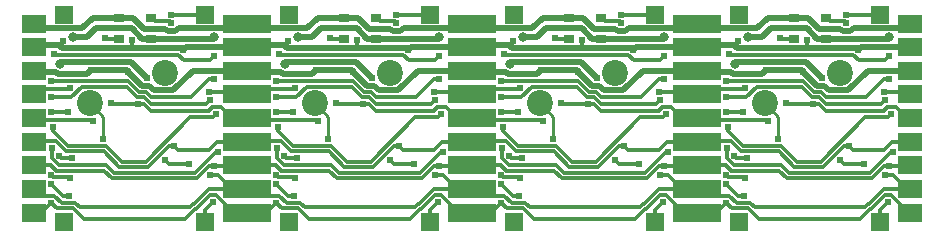
<source format=gtl>
%TF.GenerationSoftware,KiCad,Pcbnew,(5.1.9)-1*%
%TF.CreationDate,2021-10-01T07:45:35+02:00*%
%TF.ProjectId,poly_kb_1Ux4,706f6c79-5f6b-4625-9f31-5578342e6b69,rev?*%
%TF.SameCoordinates,Original*%
%TF.FileFunction,Copper,L1,Top*%
%TF.FilePolarity,Positive*%
%FSLAX46Y46*%
G04 Gerber Fmt 4.6, Leading zero omitted, Abs format (unit mm)*
G04 Created by KiCad (PCBNEW (5.1.9)-1) date 2021-10-01 07:45:35*
%MOMM*%
%LPD*%
G01*
G04 APERTURE LIST*
%TA.AperFunction,SMDPad,CuDef*%
%ADD10R,0.950000X0.800000*%
%TD*%
%TA.AperFunction,ComponentPad*%
%ADD11C,2.200000*%
%TD*%
%TA.AperFunction,SMDPad,CuDef*%
%ADD12R,2.000000X1.500000*%
%TD*%
%TA.AperFunction,ComponentPad*%
%ADD13R,1.500000X1.500000*%
%TD*%
%TA.AperFunction,ViaPad*%
%ADD14C,0.609600*%
%TD*%
%TA.AperFunction,ViaPad*%
%ADD15C,0.800000*%
%TD*%
%TA.AperFunction,Conductor*%
%ADD16C,0.500000*%
%TD*%
%TA.AperFunction,Conductor*%
%ADD17C,0.300000*%
%TD*%
%TA.AperFunction,Conductor*%
%ADD18C,1.000000*%
%TD*%
%TA.AperFunction,Conductor*%
%ADD19C,0.250000*%
%TD*%
G04 APERTURE END LIST*
D10*
%TO.P,LED1,2*%
%TO.N,/Keyboard/sheet605ED2EB/LED_DOUT*%
X160750500Y-88202500D03*
%TO.P,LED1,3*%
%TO.N,/Keyboard/sheet605ED2EB/GND*%
X163480500Y-88202500D03*
%TO.P,LED1,1*%
%TO.N,/Keyboard/sheet605ED2EB/5V*%
X160750500Y-86422500D03*
%TO.P,LED1,4*%
%TO.N,/Keyboard/sheet605ED2EB/LED_DIN*%
X163480500Y-86422500D03*
%TD*%
%TO.P,LED1,2*%
%TO.N,/Keyboard/sheet605ED2EB/LED_DOUT*%
X141700500Y-88202500D03*
%TO.P,LED1,3*%
%TO.N,/Keyboard/sheet605ED2EB/GND*%
X144430500Y-88202500D03*
%TO.P,LED1,1*%
%TO.N,/Keyboard/sheet605ED2EB/5V*%
X141700500Y-86422500D03*
%TO.P,LED1,4*%
%TO.N,/Keyboard/sheet605ED2EB/LED_DIN*%
X144430500Y-86422500D03*
%TD*%
%TO.P,LED1,2*%
%TO.N,/Keyboard/sheet605ED2EB/LED_DOUT*%
X122650500Y-88202500D03*
%TO.P,LED1,3*%
%TO.N,/Keyboard/sheet605ED2EB/GND*%
X125380500Y-88202500D03*
%TO.P,LED1,1*%
%TO.N,/Keyboard/sheet605ED2EB/5V*%
X122650500Y-86422500D03*
%TO.P,LED1,4*%
%TO.N,/Keyboard/sheet605ED2EB/LED_DIN*%
X125380500Y-86422500D03*
%TD*%
D11*
%TO.P,SW1,2*%
%TO.N,Net-(D1-Pad2)*%
X158305500Y-93662500D03*
%TO.P,SW1,1*%
%TO.N,/Keyboard/sheet605ED2EB/KeyRow*%
X164655500Y-91122500D03*
%TD*%
%TO.P,SW1,2*%
%TO.N,Net-(D1-Pad2)*%
X139255500Y-93662500D03*
%TO.P,SW1,1*%
%TO.N,/Keyboard/sheet605ED2EB/KeyRow*%
X145605500Y-91122500D03*
%TD*%
%TO.P,SW1,2*%
%TO.N,Net-(D1-Pad2)*%
X120205500Y-93662500D03*
%TO.P,SW1,1*%
%TO.N,/Keyboard/sheet605ED2EB/KeyRow*%
X126555500Y-91122500D03*
%TD*%
D12*
%TO.P,J4,5*%
%TO.N,/Keyboard/sheet605ED2EB/RESET*%
X170624500Y-94932500D03*
%TO.P,J4,4*%
%TO.N,/Keyboard/sheet605ED2EB/LED_DIN*%
X170624500Y-92932500D03*
%TO.P,J4,3*%
%TO.N,/Keyboard/sheet605ED2EB/4V2*%
X170624500Y-90932500D03*
%TO.P,J4,2*%
%TO.N,/Keyboard/sheet605ED2EB/3V3*%
X170624500Y-88932500D03*
%TO.P,J4,6*%
%TO.N,/Keyboard/sheet605ED2EB/SDIN*%
X170624500Y-96932500D03*
%TO.P,J4,1*%
%TO.N,/Keyboard/sheet605ED2EB/5V*%
X170624500Y-86932500D03*
%TO.P,J4,7*%
%TO.N,/Keyboard/sheet605ED2EB/D-C*%
X170624500Y-98932500D03*
%TO.P,J4,8*%
%TO.N,/Keyboard/sheet605ED2EB/SCLK*%
X170624500Y-100932500D03*
%TO.P,J4,9*%
%TO.N,/Keyboard/sheet605ED2EB/KeyRow*%
X170624500Y-102932500D03*
%TD*%
%TO.P,J4,5*%
%TO.N,/Keyboard/sheet605ED2EB/RESET*%
X151574500Y-94932500D03*
%TO.P,J4,4*%
%TO.N,/Keyboard/sheet605ED2EB/LED_DIN*%
X151574500Y-92932500D03*
%TO.P,J4,3*%
%TO.N,/Keyboard/sheet605ED2EB/4V2*%
X151574500Y-90932500D03*
%TO.P,J4,2*%
%TO.N,/Keyboard/sheet605ED2EB/3V3*%
X151574500Y-88932500D03*
%TO.P,J4,6*%
%TO.N,/Keyboard/sheet605ED2EB/SDIN*%
X151574500Y-96932500D03*
%TO.P,J4,1*%
%TO.N,/Keyboard/sheet605ED2EB/5V*%
X151574500Y-86932500D03*
%TO.P,J4,7*%
%TO.N,/Keyboard/sheet605ED2EB/D-C*%
X151574500Y-98932500D03*
%TO.P,J4,8*%
%TO.N,/Keyboard/sheet605ED2EB/SCLK*%
X151574500Y-100932500D03*
%TO.P,J4,9*%
%TO.N,/Keyboard/sheet605ED2EB/KeyRow*%
X151574500Y-102932500D03*
%TD*%
%TO.P,J4,5*%
%TO.N,/Keyboard/sheet605ED2EB/RESET*%
X132524500Y-94932500D03*
%TO.P,J4,4*%
%TO.N,/Keyboard/sheet605ED2EB/LED_DIN*%
X132524500Y-92932500D03*
%TO.P,J4,3*%
%TO.N,/Keyboard/sheet605ED2EB/4V2*%
X132524500Y-90932500D03*
%TO.P,J4,2*%
%TO.N,/Keyboard/sheet605ED2EB/3V3*%
X132524500Y-88932500D03*
%TO.P,J4,6*%
%TO.N,/Keyboard/sheet605ED2EB/SDIN*%
X132524500Y-96932500D03*
%TO.P,J4,1*%
%TO.N,/Keyboard/sheet605ED2EB/5V*%
X132524500Y-86932500D03*
%TO.P,J4,7*%
%TO.N,/Keyboard/sheet605ED2EB/D-C*%
X132524500Y-98932500D03*
%TO.P,J4,8*%
%TO.N,/Keyboard/sheet605ED2EB/SCLK*%
X132524500Y-100932500D03*
%TO.P,J4,9*%
%TO.N,/Keyboard/sheet605ED2EB/KeyRow*%
X132524500Y-102932500D03*
%TD*%
D13*
%TO.P,J2,1*%
%TO.N,/Keyboard/sheet605ED2EB/KeyCol*%
X168084500Y-86169500D03*
%TD*%
%TO.P,J2,1*%
%TO.N,/Keyboard/sheet605ED2EB/KeyCol*%
X149034500Y-86169500D03*
%TD*%
%TO.P,J2,1*%
%TO.N,/Keyboard/sheet605ED2EB/KeyCol*%
X129984500Y-86169500D03*
%TD*%
D12*
%TO.P,J3,5*%
%TO.N,/Keyboard/sheet605ED2EB/RESET*%
X153606500Y-94932500D03*
%TO.P,J3,4*%
%TO.N,/Keyboard/sheet605ED2EB/LED_DOUT*%
X153606500Y-92932500D03*
%TO.P,J3,3*%
%TO.N,/Keyboard/sheet605ED2EB/4V2*%
X153606500Y-90932500D03*
%TO.P,J3,2*%
%TO.N,/Keyboard/sheet605ED2EB/3V3*%
X153606500Y-88932500D03*
%TO.P,J3,6*%
%TO.N,/Keyboard/sheet605ED2EB/SDIN*%
X153606500Y-96932500D03*
%TO.P,J3,1*%
%TO.N,/Keyboard/sheet605ED2EB/5V*%
X153606500Y-86932500D03*
%TO.P,J3,7*%
%TO.N,/Keyboard/sheet605ED2EB/D-C*%
X153606500Y-98932500D03*
%TO.P,J3,8*%
%TO.N,/Keyboard/sheet605ED2EB/SCLK*%
X153606500Y-100932500D03*
%TO.P,J3,9*%
%TO.N,/Keyboard/sheet605ED2EB/KeyRow*%
X153606500Y-102932500D03*
%TD*%
%TO.P,J3,5*%
%TO.N,/Keyboard/sheet605ED2EB/RESET*%
X134556500Y-94932500D03*
%TO.P,J3,4*%
%TO.N,/Keyboard/sheet605ED2EB/LED_DOUT*%
X134556500Y-92932500D03*
%TO.P,J3,3*%
%TO.N,/Keyboard/sheet605ED2EB/4V2*%
X134556500Y-90932500D03*
%TO.P,J3,2*%
%TO.N,/Keyboard/sheet605ED2EB/3V3*%
X134556500Y-88932500D03*
%TO.P,J3,6*%
%TO.N,/Keyboard/sheet605ED2EB/SDIN*%
X134556500Y-96932500D03*
%TO.P,J3,1*%
%TO.N,/Keyboard/sheet605ED2EB/5V*%
X134556500Y-86932500D03*
%TO.P,J3,7*%
%TO.N,/Keyboard/sheet605ED2EB/D-C*%
X134556500Y-98932500D03*
%TO.P,J3,8*%
%TO.N,/Keyboard/sheet605ED2EB/SCLK*%
X134556500Y-100932500D03*
%TO.P,J3,9*%
%TO.N,/Keyboard/sheet605ED2EB/KeyRow*%
X134556500Y-102932500D03*
%TD*%
%TO.P,J3,5*%
%TO.N,/Keyboard/sheet605ED2EB/RESET*%
X115506500Y-94932500D03*
%TO.P,J3,4*%
%TO.N,/Keyboard/sheet605ED2EB/LED_DOUT*%
X115506500Y-92932500D03*
%TO.P,J3,3*%
%TO.N,/Keyboard/sheet605ED2EB/4V2*%
X115506500Y-90932500D03*
%TO.P,J3,2*%
%TO.N,/Keyboard/sheet605ED2EB/3V3*%
X115506500Y-88932500D03*
%TO.P,J3,6*%
%TO.N,/Keyboard/sheet605ED2EB/SDIN*%
X115506500Y-96932500D03*
%TO.P,J3,1*%
%TO.N,/Keyboard/sheet605ED2EB/5V*%
X115506500Y-86932500D03*
%TO.P,J3,7*%
%TO.N,/Keyboard/sheet605ED2EB/D-C*%
X115506500Y-98932500D03*
%TO.P,J3,8*%
%TO.N,/Keyboard/sheet605ED2EB/SCLK*%
X115506500Y-100932500D03*
%TO.P,J3,9*%
%TO.N,/Keyboard/sheet605ED2EB/KeyRow*%
X115506500Y-102932500D03*
%TD*%
D13*
%TO.P,J7,1*%
%TO.N,/Keyboard/sheet605ED2EB/KeyCol*%
X156146500Y-103695500D03*
%TD*%
%TO.P,J7,1*%
%TO.N,/Keyboard/sheet605ED2EB/KeyCol*%
X137096500Y-103695500D03*
%TD*%
%TO.P,J7,1*%
%TO.N,/Keyboard/sheet605ED2EB/KeyCol*%
X118046500Y-103695500D03*
%TD*%
%TO.P,J9,1*%
%TO.N,/Keyboard/sheet605ED2EB/KeyCol*%
X168084500Y-103695500D03*
%TD*%
%TO.P,J9,1*%
%TO.N,/Keyboard/sheet605ED2EB/KeyCol*%
X149034500Y-103695500D03*
%TD*%
%TO.P,J9,1*%
%TO.N,/Keyboard/sheet605ED2EB/KeyCol*%
X129984500Y-103695500D03*
%TD*%
%TO.P,J8,1*%
%TO.N,/Keyboard/sheet605ED2EB/KeyCol*%
X156146500Y-86169500D03*
%TD*%
%TO.P,J8,1*%
%TO.N,/Keyboard/sheet605ED2EB/KeyCol*%
X137096500Y-86169500D03*
%TD*%
%TO.P,J8,1*%
%TO.N,/Keyboard/sheet605ED2EB/KeyCol*%
X118046500Y-86169500D03*
%TD*%
D11*
%TO.P,SW1,1*%
%TO.N,/Keyboard/sheet605ED2EB/KeyRow*%
X107505500Y-91122500D03*
%TO.P,SW1,2*%
%TO.N,Net-(D1-Pad2)*%
X101155500Y-93662500D03*
%TD*%
D12*
%TO.P,J4,9*%
%TO.N,/Keyboard/sheet605ED2EB/KeyRow*%
X113474500Y-102932500D03*
%TO.P,J4,8*%
%TO.N,/Keyboard/sheet605ED2EB/SCLK*%
X113474500Y-100932500D03*
%TO.P,J4,7*%
%TO.N,/Keyboard/sheet605ED2EB/D-C*%
X113474500Y-98932500D03*
%TO.P,J4,1*%
%TO.N,/Keyboard/sheet605ED2EB/5V*%
X113474500Y-86932500D03*
%TO.P,J4,6*%
%TO.N,/Keyboard/sheet605ED2EB/SDIN*%
X113474500Y-96932500D03*
%TO.P,J4,2*%
%TO.N,/Keyboard/sheet605ED2EB/3V3*%
X113474500Y-88932500D03*
%TO.P,J4,3*%
%TO.N,/Keyboard/sheet605ED2EB/4V2*%
X113474500Y-90932500D03*
%TO.P,J4,4*%
%TO.N,/Keyboard/sheet605ED2EB/LED_DIN*%
X113474500Y-92932500D03*
%TO.P,J4,5*%
%TO.N,/Keyboard/sheet605ED2EB/RESET*%
X113474500Y-94932500D03*
%TD*%
%TO.P,J3,9*%
%TO.N,/Keyboard/sheet605ED2EB/KeyRow*%
X96456500Y-102932500D03*
%TO.P,J3,8*%
%TO.N,/Keyboard/sheet605ED2EB/SCLK*%
X96456500Y-100932500D03*
%TO.P,J3,7*%
%TO.N,/Keyboard/sheet605ED2EB/D-C*%
X96456500Y-98932500D03*
%TO.P,J3,1*%
%TO.N,/Keyboard/sheet605ED2EB/5V*%
X96456500Y-86932500D03*
%TO.P,J3,6*%
%TO.N,/Keyboard/sheet605ED2EB/SDIN*%
X96456500Y-96932500D03*
%TO.P,J3,2*%
%TO.N,/Keyboard/sheet605ED2EB/3V3*%
X96456500Y-88932500D03*
%TO.P,J3,3*%
%TO.N,/Keyboard/sheet605ED2EB/4V2*%
X96456500Y-90932500D03*
%TO.P,J3,4*%
%TO.N,/Keyboard/sheet605ED2EB/LED_DOUT*%
X96456500Y-92932500D03*
%TO.P,J3,5*%
%TO.N,/Keyboard/sheet605ED2EB/RESET*%
X96456500Y-94932500D03*
%TD*%
D13*
%TO.P,J9,1*%
%TO.N,/Keyboard/sheet605ED2EB/KeyCol*%
X110934500Y-103695500D03*
%TD*%
%TO.P,J8,1*%
%TO.N,/Keyboard/sheet605ED2EB/KeyCol*%
X98996500Y-86169500D03*
%TD*%
%TO.P,J7,1*%
%TO.N,/Keyboard/sheet605ED2EB/KeyCol*%
X98996500Y-103695500D03*
%TD*%
%TO.P,J2,1*%
%TO.N,/Keyboard/sheet605ED2EB/KeyCol*%
X110934500Y-86169500D03*
%TD*%
D10*
%TO.P,LED1,4*%
%TO.N,/Keyboard/sheet605ED2EB/LED_DIN*%
X106330500Y-86422500D03*
%TO.P,LED1,1*%
%TO.N,/Keyboard/sheet605ED2EB/5V*%
X103600500Y-86422500D03*
%TO.P,LED1,3*%
%TO.N,/Keyboard/sheet605ED2EB/GND*%
X106330500Y-88202500D03*
%TO.P,LED1,2*%
%TO.N,/Keyboard/sheet605ED2EB/LED_DOUT*%
X103600500Y-88202500D03*
%TD*%
D14*
%TO.N,/Keyboard/sheet605ED2EB/GND*%
X101663500Y-90183310D03*
D15*
X111663520Y-88092510D03*
D14*
X106009992Y-91513182D03*
D15*
X99741706Y-88079525D03*
X98598126Y-90336855D03*
D14*
X120713500Y-90183310D03*
X139763500Y-90183310D03*
X158813500Y-90183310D03*
D15*
X130713520Y-88092510D03*
X149763520Y-88092510D03*
X168813520Y-88092510D03*
D14*
X125059992Y-91513182D03*
X144109992Y-91513182D03*
X163159992Y-91513182D03*
D15*
X118791706Y-88079525D03*
X137841706Y-88079525D03*
X156891706Y-88079525D03*
X117648126Y-90336855D03*
X136698126Y-90336855D03*
X155748126Y-90336855D03*
D14*
%TO.N,/Keyboard/sheet605ED2EB/3V3*%
X104711500Y-88328500D03*
X109079690Y-89138334D03*
X98855184Y-88441184D03*
X128129690Y-89138334D03*
X147179690Y-89138334D03*
X166229690Y-89138334D03*
X117905184Y-88441184D03*
X136955184Y-88441184D03*
X156005184Y-88441184D03*
X123761500Y-88328500D03*
X142811500Y-88328500D03*
X161861500Y-88328500D03*
%TO.N,/Keyboard/sheet605ED2EB/4V2*%
X101258534Y-90892466D03*
X104392585Y-91005148D03*
X123442585Y-91005148D03*
X142492585Y-91005148D03*
X161542585Y-91005148D03*
X120308534Y-90892466D03*
X139358534Y-90892466D03*
X158408534Y-90892466D03*
%TO.N,/Keyboard/sheet605ED2EB/CS*%
X97891302Y-94424500D03*
X99278803Y-94436970D03*
X98508315Y-98107500D03*
X99647531Y-98347315D03*
X118328803Y-94436970D03*
X137378803Y-94436970D03*
X156428803Y-94436970D03*
X117558315Y-98107500D03*
X136608315Y-98107500D03*
X155658315Y-98107500D03*
X116941302Y-94424500D03*
X135991302Y-94424500D03*
X155041302Y-94424500D03*
X118697531Y-98347315D03*
X137747531Y-98347315D03*
X156797531Y-98347315D03*
%TO.N,/Keyboard/sheet605ED2EB/RESET*%
X105218823Y-93739212D03*
X102933500Y-93662500D03*
X101409500Y-95186500D03*
X121983500Y-93662500D03*
X141033500Y-93662500D03*
X160083500Y-93662500D03*
X124268823Y-93739212D03*
X143318823Y-93739212D03*
X162368823Y-93739212D03*
X120459500Y-95186500D03*
X139509500Y-95186500D03*
X158559500Y-95186500D03*
%TO.N,/Keyboard/sheet605ED2EB/D-C*%
X111694134Y-98996500D03*
X130744134Y-98996500D03*
X149794134Y-98996500D03*
X168844134Y-98996500D03*
%TO.N,/Keyboard/sheet605ED2EB/SCLK*%
X111359692Y-99751055D03*
X130409692Y-99751055D03*
X149459692Y-99751055D03*
X168509692Y-99751055D03*
%TO.N,/Keyboard/sheet605ED2EB/SDIN*%
X108295787Y-97302530D03*
X127345787Y-97302530D03*
X146395787Y-97302530D03*
X165445787Y-97302530D03*
%TO.N,/Keyboard/sheet605ED2EB/LED_DOUT*%
X102454053Y-88165005D03*
X99504540Y-92392500D03*
X121504053Y-88165005D03*
X140554053Y-88165005D03*
X159604053Y-88165005D03*
X118554540Y-92392500D03*
X137604540Y-92392500D03*
X156654540Y-92392500D03*
%TO.N,/Keyboard/sheet605ED2EB/LED_DIN*%
X108064879Y-86907326D03*
X111207354Y-92706043D03*
X130257354Y-92706043D03*
X149307354Y-92706043D03*
X168357354Y-92706043D03*
X127114879Y-86907326D03*
X146164879Y-86907326D03*
X165214879Y-86907326D03*
%TO.N,Net-(D1-Pad2)*%
X102298500Y-96710500D03*
X121348500Y-96710500D03*
X140398500Y-96710500D03*
X159448500Y-96710500D03*
%TO.N,/Keyboard/sheet605ED2EB/KeyRow*%
X97896739Y-102094374D03*
X116946739Y-102094374D03*
X135996739Y-102094374D03*
X155046739Y-102094374D03*
%TO.N,/Keyboard/sheet605ED2EB/KeyCol*%
X111569500Y-102044500D03*
X107505500Y-98488500D03*
X109535134Y-98828668D03*
X108013504Y-86169496D03*
X126555500Y-98488500D03*
X145605500Y-98488500D03*
X164655500Y-98488500D03*
X128585134Y-98828668D03*
X147635134Y-98828668D03*
X166685134Y-98828668D03*
X130619500Y-102044500D03*
X149669500Y-102044500D03*
X168719500Y-102044500D03*
X127063504Y-86169496D03*
X146113504Y-86169496D03*
X165163504Y-86169496D03*
%TO.N,CS7*%
X97891340Y-100520500D03*
X99406561Y-101555685D03*
X118456561Y-101555685D03*
X137506561Y-101555685D03*
X156556561Y-101555685D03*
X116941340Y-100520500D03*
X135991340Y-100520500D03*
X155041340Y-100520500D03*
%TO.N,CS6*%
X99504500Y-100012500D03*
X97880009Y-99780975D03*
X116930009Y-99780975D03*
X135980009Y-99780975D03*
X155030009Y-99780975D03*
X118554500Y-100012500D03*
X137604500Y-100012500D03*
X156654500Y-100012500D03*
%TO.N,CS5*%
X111997146Y-97815325D03*
X97980500Y-97472500D03*
X117030500Y-97472500D03*
X136080500Y-97472500D03*
X155130500Y-97472500D03*
X131047146Y-97815325D03*
X150097146Y-97815325D03*
X169147146Y-97815325D03*
%TO.N,CS4*%
X98055690Y-95694500D03*
X111855243Y-94553440D03*
X130905243Y-94553440D03*
X149955243Y-94553440D03*
X169005243Y-94553440D03*
X117105690Y-95694500D03*
X136155690Y-95694500D03*
X155205690Y-95694500D03*
%TO.N,CS3*%
X97891303Y-93178650D03*
X111337202Y-93434167D03*
X130387202Y-93434167D03*
X149437202Y-93434167D03*
X168487202Y-93434167D03*
X116941303Y-93178650D03*
X135991303Y-93178650D03*
X155041303Y-93178650D03*
%TO.N,CS2*%
X111637365Y-91630500D03*
X97883756Y-91763219D03*
X130687365Y-91630500D03*
X149737365Y-91630500D03*
X168787365Y-91630500D03*
X116933756Y-91763219D03*
X135983756Y-91763219D03*
X155033756Y-91763219D03*
%TO.N,CS1*%
X111637365Y-89717462D03*
X98107498Y-89471498D03*
X130687365Y-89717462D03*
X149737365Y-89717462D03*
X168787365Y-89717462D03*
X117157498Y-89471498D03*
X136207498Y-89471498D03*
X155257498Y-89471498D03*
%TD*%
D16*
%TO.N,/Keyboard/sheet605ED2EB/GND*%
X101663500Y-90183310D02*
X104680120Y-90183310D01*
X104680120Y-90183310D02*
X106009992Y-91513182D01*
X105599006Y-88202500D02*
X104709006Y-87312500D01*
X104709006Y-87312500D02*
X101663500Y-87312500D01*
X106330500Y-88202500D02*
X105599006Y-88202500D01*
X101663500Y-87312500D02*
X100896475Y-88079525D01*
X100896475Y-88079525D02*
X99741706Y-88079525D01*
X98751671Y-90183310D02*
X98598126Y-90336855D01*
X101663500Y-90183310D02*
X98751671Y-90183310D01*
X106330500Y-88202500D02*
X106350138Y-88222138D01*
X111533892Y-88222138D02*
X111663520Y-88092510D01*
X106350138Y-88222138D02*
X111533892Y-88222138D01*
X123730120Y-90183310D02*
X125059992Y-91513182D01*
X142780120Y-90183310D02*
X144109992Y-91513182D01*
X161830120Y-90183310D02*
X163159992Y-91513182D01*
X117801671Y-90183310D02*
X117648126Y-90336855D01*
X136851671Y-90183310D02*
X136698126Y-90336855D01*
X155901671Y-90183310D02*
X155748126Y-90336855D01*
X120713500Y-90183310D02*
X117801671Y-90183310D01*
X139763500Y-90183310D02*
X136851671Y-90183310D01*
X158813500Y-90183310D02*
X155901671Y-90183310D01*
X120713500Y-90183310D02*
X123730120Y-90183310D01*
X139763500Y-90183310D02*
X142780120Y-90183310D01*
X158813500Y-90183310D02*
X161830120Y-90183310D01*
X119946475Y-88079525D02*
X118791706Y-88079525D01*
X138996475Y-88079525D02*
X137841706Y-88079525D01*
X158046475Y-88079525D02*
X156891706Y-88079525D01*
X125380500Y-88202500D02*
X125400138Y-88222138D01*
X144430500Y-88202500D02*
X144450138Y-88222138D01*
X163480500Y-88202500D02*
X163500138Y-88222138D01*
X123759006Y-87312500D02*
X120713500Y-87312500D01*
X142809006Y-87312500D02*
X139763500Y-87312500D01*
X161859006Y-87312500D02*
X158813500Y-87312500D01*
X125380500Y-88202500D02*
X124649006Y-88202500D01*
X144430500Y-88202500D02*
X143699006Y-88202500D01*
X163480500Y-88202500D02*
X162749006Y-88202500D01*
X120713500Y-87312500D02*
X119946475Y-88079525D01*
X139763500Y-87312500D02*
X138996475Y-88079525D01*
X158813500Y-87312500D02*
X158046475Y-88079525D01*
X124649006Y-88202500D02*
X123759006Y-87312500D01*
X143699006Y-88202500D02*
X142809006Y-87312500D01*
X162749006Y-88202500D02*
X161859006Y-87312500D01*
X130583892Y-88222138D02*
X130713520Y-88092510D01*
X149633892Y-88222138D02*
X149763520Y-88092510D01*
X168683892Y-88222138D02*
X168813520Y-88092510D01*
X125400138Y-88222138D02*
X130583892Y-88222138D01*
X144450138Y-88222138D02*
X149633892Y-88222138D01*
X163500138Y-88222138D02*
X168683892Y-88222138D01*
D17*
%TO.N,/Keyboard/sheet605ED2EB/3V3*%
X104711500Y-88836500D02*
X104857501Y-88982501D01*
X104711500Y-88328500D02*
X104711500Y-88836500D01*
D16*
X109285524Y-88932500D02*
X109079690Y-89138334D01*
X108923857Y-88982501D02*
X109079690Y-89138334D01*
X113220500Y-88932500D02*
X109285524Y-88932500D01*
X104857501Y-88982501D02*
X108923857Y-88982501D01*
X98759009Y-88982501D02*
X98776019Y-88999511D01*
X104840491Y-88999511D02*
X104857501Y-88982501D01*
X98776019Y-88999511D02*
X104840491Y-88999511D01*
D17*
X98759009Y-88537359D02*
X98855184Y-88441184D01*
X98759009Y-88982501D02*
X98759009Y-88537359D01*
D16*
X98563206Y-88786698D02*
X98759009Y-88982501D01*
X96710500Y-88932500D02*
X96856302Y-88786698D01*
X96856302Y-88786698D02*
X98563206Y-88786698D01*
X123907501Y-88982501D02*
X127973857Y-88982501D01*
X142957501Y-88982501D02*
X147023857Y-88982501D01*
X162007501Y-88982501D02*
X166073857Y-88982501D01*
X117613206Y-88786698D02*
X117809009Y-88982501D01*
X136663206Y-88786698D02*
X136859009Y-88982501D01*
X155713206Y-88786698D02*
X155909009Y-88982501D01*
X132270500Y-88932500D02*
X128335524Y-88932500D01*
X151320500Y-88932500D02*
X147385524Y-88932500D01*
X170370500Y-88932500D02*
X166435524Y-88932500D01*
X128335524Y-88932500D02*
X128129690Y-89138334D01*
X147385524Y-88932500D02*
X147179690Y-89138334D01*
X166435524Y-88932500D02*
X166229690Y-89138334D01*
X117809009Y-88982501D02*
X117826019Y-88999511D01*
X136859009Y-88982501D02*
X136876019Y-88999511D01*
X155909009Y-88982501D02*
X155926019Y-88999511D01*
X115760500Y-88932500D02*
X115906302Y-88786698D01*
X134810500Y-88932500D02*
X134956302Y-88786698D01*
X153860500Y-88932500D02*
X154006302Y-88786698D01*
X127973857Y-88982501D02*
X128129690Y-89138334D01*
X147023857Y-88982501D02*
X147179690Y-89138334D01*
X166073857Y-88982501D02*
X166229690Y-89138334D01*
X117826019Y-88999511D02*
X123890491Y-88999511D01*
X136876019Y-88999511D02*
X142940491Y-88999511D01*
X155926019Y-88999511D02*
X161990491Y-88999511D01*
D17*
X117809009Y-88537359D02*
X117905184Y-88441184D01*
X136859009Y-88537359D02*
X136955184Y-88441184D01*
X155909009Y-88537359D02*
X156005184Y-88441184D01*
X123761500Y-88836500D02*
X123907501Y-88982501D01*
X142811500Y-88836500D02*
X142957501Y-88982501D01*
X161861500Y-88836500D02*
X162007501Y-88982501D01*
D16*
X123890491Y-88999511D02*
X123907501Y-88982501D01*
X142940491Y-88999511D02*
X142957501Y-88982501D01*
X161990491Y-88999511D02*
X162007501Y-88982501D01*
D17*
X123761500Y-88328500D02*
X123761500Y-88836500D01*
X142811500Y-88328500D02*
X142811500Y-88836500D01*
X161861500Y-88328500D02*
X161861500Y-88836500D01*
D16*
X115906302Y-88786698D02*
X117613206Y-88786698D01*
X134956302Y-88786698D02*
X136663206Y-88786698D01*
X154006302Y-88786698D02*
X155713206Y-88786698D01*
D17*
X117809009Y-88982501D02*
X117809009Y-88537359D01*
X136859009Y-88982501D02*
X136859009Y-88537359D01*
X155909009Y-88982501D02*
X155909009Y-88537359D01*
D18*
X113474500Y-88932500D02*
X115506500Y-88932500D01*
X132524500Y-88932500D02*
X134556500Y-88932500D01*
X153606500Y-88932500D02*
X151574500Y-88932500D01*
D16*
%TO.N,/Keyboard/sheet605ED2EB/4V2*%
X104279903Y-90892466D02*
X104392585Y-91005148D01*
X106569942Y-92602501D02*
X106165425Y-92197984D01*
X105585421Y-92197984D02*
X104392585Y-91005148D01*
X106165425Y-92197984D02*
X105585421Y-92197984D01*
X113220500Y-90932500D02*
X109885902Y-90932500D01*
X108215901Y-92602501D02*
X106569942Y-92602501D01*
X109885902Y-90932500D02*
X108215901Y-92602501D01*
X101258534Y-90892466D02*
X104279903Y-90892466D01*
X98309205Y-91072699D02*
X98433771Y-91197265D01*
X96710500Y-90932500D02*
X96850699Y-91072699D01*
X96850699Y-91072699D02*
X98309205Y-91072699D01*
X98433771Y-91197265D02*
X100953735Y-91197265D01*
X100953735Y-91197265D02*
X101258534Y-90892466D01*
X127265901Y-92602501D02*
X125619942Y-92602501D01*
X146315901Y-92602501D02*
X144669942Y-92602501D01*
X165365901Y-92602501D02*
X163719942Y-92602501D01*
X117359205Y-91072699D02*
X117483771Y-91197265D01*
X136409205Y-91072699D02*
X136533771Y-91197265D01*
X155459205Y-91072699D02*
X155583771Y-91197265D01*
X115760500Y-90932500D02*
X115900699Y-91072699D01*
X134810500Y-90932500D02*
X134950699Y-91072699D01*
X153860500Y-90932500D02*
X154000699Y-91072699D01*
X117483771Y-91197265D02*
X120003735Y-91197265D01*
X136533771Y-91197265D02*
X139053735Y-91197265D01*
X155583771Y-91197265D02*
X158103735Y-91197265D01*
X124635421Y-92197984D02*
X123442585Y-91005148D01*
X143685421Y-92197984D02*
X142492585Y-91005148D01*
X162735421Y-92197984D02*
X161542585Y-91005148D01*
X125215425Y-92197984D02*
X124635421Y-92197984D01*
X144265425Y-92197984D02*
X143685421Y-92197984D01*
X163315425Y-92197984D02*
X162735421Y-92197984D01*
X120003735Y-91197265D02*
X120308534Y-90892466D01*
X139053735Y-91197265D02*
X139358534Y-90892466D01*
X158103735Y-91197265D02*
X158408534Y-90892466D01*
X132270500Y-90932500D02*
X128935902Y-90932500D01*
X151320500Y-90932500D02*
X147985902Y-90932500D01*
X170370500Y-90932500D02*
X167035902Y-90932500D01*
X128935902Y-90932500D02*
X127265901Y-92602501D01*
X147985902Y-90932500D02*
X146315901Y-92602501D01*
X167035902Y-90932500D02*
X165365901Y-92602501D01*
X123329903Y-90892466D02*
X123442585Y-91005148D01*
X142379903Y-90892466D02*
X142492585Y-91005148D01*
X161429903Y-90892466D02*
X161542585Y-91005148D01*
X120308534Y-90892466D02*
X123329903Y-90892466D01*
X139358534Y-90892466D02*
X142379903Y-90892466D01*
X158408534Y-90892466D02*
X161429903Y-90892466D01*
X125619942Y-92602501D02*
X125215425Y-92197984D01*
X144669942Y-92602501D02*
X144265425Y-92197984D01*
X163719942Y-92602501D02*
X163315425Y-92197984D01*
X115900699Y-91072699D02*
X117359205Y-91072699D01*
X134950699Y-91072699D02*
X136409205Y-91072699D01*
X154000699Y-91072699D02*
X155459205Y-91072699D01*
D18*
X113474500Y-90932500D02*
X115506500Y-90932500D01*
X134556500Y-90932500D02*
X132524500Y-90932500D01*
X151574500Y-90932500D02*
X153606500Y-90932500D01*
D17*
%TO.N,/Keyboard/sheet605ED2EB/CS*%
X97891302Y-94424500D02*
X99266333Y-94424500D01*
X99266333Y-94424500D02*
X99278803Y-94436970D01*
X98748130Y-98347315D02*
X98508315Y-98107500D01*
X99647531Y-98347315D02*
X98748130Y-98347315D01*
X118316333Y-94424500D02*
X118328803Y-94436970D01*
X137366333Y-94424500D02*
X137378803Y-94436970D01*
X156416333Y-94424500D02*
X156428803Y-94436970D01*
X118697531Y-98347315D02*
X117798130Y-98347315D01*
X137747531Y-98347315D02*
X136848130Y-98347315D01*
X156797531Y-98347315D02*
X155898130Y-98347315D01*
X116941302Y-94424500D02*
X118316333Y-94424500D01*
X135991302Y-94424500D02*
X137366333Y-94424500D01*
X155041302Y-94424500D02*
X156416333Y-94424500D01*
X117798130Y-98347315D02*
X117558315Y-98107500D01*
X136848130Y-98347315D02*
X136608315Y-98107500D01*
X155898130Y-98347315D02*
X155658315Y-98107500D01*
%TO.N,/Keyboard/sheet605ED2EB/RESET*%
X103033061Y-93739212D02*
X105218823Y-93739212D01*
X96710500Y-94932500D02*
X96820501Y-95042501D01*
X103010212Y-93739212D02*
X102933500Y-93662500D01*
X103033061Y-93739212D02*
X103010212Y-93739212D01*
X96596499Y-95072499D02*
X96456500Y-94932500D01*
X101295499Y-95072499D02*
X96596499Y-95072499D01*
X101409500Y-95186500D02*
X101295499Y-95072499D01*
X105727264Y-93739212D02*
X105218823Y-93739212D01*
X113220500Y-94932500D02*
X112254699Y-93966699D01*
X111670162Y-93966699D02*
X111617906Y-94018955D01*
X112254699Y-93966699D02*
X111670162Y-93966699D01*
X106307063Y-94319011D02*
X105727264Y-93739212D01*
X111221373Y-94319011D02*
X106307063Y-94319011D01*
X111521429Y-94018955D02*
X111221373Y-94319011D01*
X111617906Y-94018955D02*
X111521429Y-94018955D01*
X130720162Y-93966699D02*
X130667906Y-94018955D01*
X149770162Y-93966699D02*
X149717906Y-94018955D01*
X168820162Y-93966699D02*
X168767906Y-94018955D01*
X115760500Y-94932500D02*
X115870501Y-95042501D01*
X134810500Y-94932500D02*
X134920501Y-95042501D01*
X153860500Y-94932500D02*
X153970501Y-95042501D01*
X131304699Y-93966699D02*
X130720162Y-93966699D01*
X150354699Y-93966699D02*
X149770162Y-93966699D01*
X169404699Y-93966699D02*
X168820162Y-93966699D01*
X130571429Y-94018955D02*
X130271373Y-94319011D01*
X149621429Y-94018955D02*
X149321373Y-94319011D01*
X168671429Y-94018955D02*
X168371373Y-94319011D01*
X122083061Y-93739212D02*
X124268823Y-93739212D01*
X141133061Y-93739212D02*
X143318823Y-93739212D01*
X160183061Y-93739212D02*
X162368823Y-93739212D01*
X115646499Y-95072499D02*
X115506500Y-94932500D01*
X134696499Y-95072499D02*
X134556500Y-94932500D01*
X153746499Y-95072499D02*
X153606500Y-94932500D01*
X130667906Y-94018955D02*
X130571429Y-94018955D01*
X149717906Y-94018955D02*
X149621429Y-94018955D01*
X168767906Y-94018955D02*
X168671429Y-94018955D01*
X120459500Y-95186500D02*
X120345499Y-95072499D01*
X139509500Y-95186500D02*
X139395499Y-95072499D01*
X158559500Y-95186500D02*
X158445499Y-95072499D01*
X122083061Y-93739212D02*
X122060212Y-93739212D01*
X141133061Y-93739212D02*
X141110212Y-93739212D01*
X160183061Y-93739212D02*
X160160212Y-93739212D01*
X122060212Y-93739212D02*
X121983500Y-93662500D01*
X141110212Y-93739212D02*
X141033500Y-93662500D01*
X160160212Y-93739212D02*
X160083500Y-93662500D01*
X130271373Y-94319011D02*
X125357063Y-94319011D01*
X149321373Y-94319011D02*
X144407063Y-94319011D01*
X168371373Y-94319011D02*
X163457063Y-94319011D01*
X124777264Y-93739212D02*
X124268823Y-93739212D01*
X143827264Y-93739212D02*
X143318823Y-93739212D01*
X162877264Y-93739212D02*
X162368823Y-93739212D01*
X120345499Y-95072499D02*
X115646499Y-95072499D01*
X139395499Y-95072499D02*
X134696499Y-95072499D01*
X158445499Y-95072499D02*
X153746499Y-95072499D01*
X125357063Y-94319011D02*
X124777264Y-93739212D01*
X144407063Y-94319011D02*
X143827264Y-93739212D01*
X163457063Y-94319011D02*
X162877264Y-93739212D01*
X132270500Y-94932500D02*
X131304699Y-93966699D01*
X151320500Y-94932500D02*
X150354699Y-93966699D01*
X170370500Y-94932500D02*
X169404699Y-93966699D01*
D18*
X113474500Y-94932500D02*
X115506500Y-94932500D01*
X132524500Y-94932500D02*
X134556500Y-94932500D01*
X151574500Y-94932500D02*
X153606500Y-94932500D01*
D17*
%TO.N,/Keyboard/sheet605ED2EB/D-C*%
X113156500Y-98996500D02*
X111694134Y-98996500D01*
X113220500Y-98932500D02*
X113156500Y-98996500D01*
X102350630Y-99376312D02*
X102998195Y-100023877D01*
X110235705Y-100023877D02*
X111263082Y-98996500D01*
X111263082Y-98996500D02*
X111694134Y-98996500D01*
X102998195Y-100023877D02*
X110235705Y-100023877D01*
X98332810Y-99376312D02*
X102350630Y-99376312D01*
X97888998Y-98932500D02*
X98332810Y-99376312D01*
X96710500Y-98932500D02*
X97888998Y-98932500D01*
X121400630Y-99376312D02*
X122048195Y-100023877D01*
X140450630Y-99376312D02*
X141098195Y-100023877D01*
X159500630Y-99376312D02*
X160148195Y-100023877D01*
X129285705Y-100023877D02*
X130313082Y-98996500D01*
X148335705Y-100023877D02*
X149363082Y-98996500D01*
X167385705Y-100023877D02*
X168413082Y-98996500D01*
X130313082Y-98996500D02*
X130744134Y-98996500D01*
X149363082Y-98996500D02*
X149794134Y-98996500D01*
X168413082Y-98996500D02*
X168844134Y-98996500D01*
X116938998Y-98932500D02*
X117382810Y-99376312D01*
X135988998Y-98932500D02*
X136432810Y-99376312D01*
X155038998Y-98932500D02*
X155482810Y-99376312D01*
X122048195Y-100023877D02*
X129285705Y-100023877D01*
X141098195Y-100023877D02*
X148335705Y-100023877D01*
X160148195Y-100023877D02*
X167385705Y-100023877D01*
X115760500Y-98932500D02*
X116938998Y-98932500D01*
X134810500Y-98932500D02*
X135988998Y-98932500D01*
X153860500Y-98932500D02*
X155038998Y-98932500D01*
X132206500Y-98996500D02*
X130744134Y-98996500D01*
X151256500Y-98996500D02*
X149794134Y-98996500D01*
X170306500Y-98996500D02*
X168844134Y-98996500D01*
X117382810Y-99376312D02*
X121400630Y-99376312D01*
X136432810Y-99376312D02*
X140450630Y-99376312D01*
X155482810Y-99376312D02*
X159500630Y-99376312D01*
X132270500Y-98932500D02*
X132206500Y-98996500D01*
X151320500Y-98932500D02*
X151256500Y-98996500D01*
X170370500Y-98932500D02*
X170306500Y-98996500D01*
D18*
X113474500Y-98932500D02*
X115506500Y-98932500D01*
X132524500Y-98932500D02*
X134556500Y-98932500D01*
X151574500Y-98932500D02*
X153606500Y-98932500D01*
D17*
%TO.N,/Keyboard/sheet605ED2EB/SCLK*%
X112039055Y-99751055D02*
X111790744Y-99751055D01*
X111790744Y-99751055D02*
X111359692Y-99751055D01*
X113220500Y-100932500D02*
X112039055Y-99751055D01*
X111206910Y-100932500D02*
X113474500Y-100932500D01*
X109603354Y-102496490D02*
X109805381Y-102294464D01*
X110046229Y-102093181D02*
X111206910Y-100932500D01*
X99991240Y-102183196D02*
X100304534Y-102496490D01*
X109807901Y-102294675D02*
X110046229Y-102093181D01*
X99940724Y-102140487D02*
X99991240Y-102183196D01*
X100304534Y-102496490D02*
X109603354Y-102496490D01*
X98808379Y-102140487D02*
X99940724Y-102140487D01*
X109805381Y-102294464D02*
X109807901Y-102294675D01*
X98163779Y-101495887D02*
X98808379Y-102140487D01*
X97273887Y-101495887D02*
X98163779Y-101495887D01*
X96710500Y-100932500D02*
X97273887Y-101495887D01*
X119354534Y-102496490D02*
X128653354Y-102496490D01*
X138404534Y-102496490D02*
X147703354Y-102496490D01*
X157454534Y-102496490D02*
X166753354Y-102496490D01*
X130256910Y-100932500D02*
X132524500Y-100932500D01*
X149306910Y-100932500D02*
X151574500Y-100932500D01*
X168356910Y-100932500D02*
X170624500Y-100932500D01*
X130840744Y-99751055D02*
X130409692Y-99751055D01*
X149890744Y-99751055D02*
X149459692Y-99751055D01*
X168940744Y-99751055D02*
X168509692Y-99751055D01*
X119041240Y-102183196D02*
X119354534Y-102496490D01*
X138091240Y-102183196D02*
X138404534Y-102496490D01*
X157141240Y-102183196D02*
X157454534Y-102496490D01*
X129096229Y-102093181D02*
X130256910Y-100932500D01*
X148146229Y-102093181D02*
X149306910Y-100932500D01*
X167196229Y-102093181D02*
X168356910Y-100932500D01*
X117213779Y-101495887D02*
X117858379Y-102140487D01*
X136263779Y-101495887D02*
X136908379Y-102140487D01*
X155313779Y-101495887D02*
X155958379Y-102140487D01*
X115760500Y-100932500D02*
X116323887Y-101495887D01*
X134810500Y-100932500D02*
X135373887Y-101495887D01*
X153860500Y-100932500D02*
X154423887Y-101495887D01*
X131089055Y-99751055D02*
X130840744Y-99751055D01*
X150139055Y-99751055D02*
X149890744Y-99751055D01*
X169189055Y-99751055D02*
X168940744Y-99751055D01*
X128855381Y-102294464D02*
X128857901Y-102294675D01*
X147905381Y-102294464D02*
X147907901Y-102294675D01*
X166955381Y-102294464D02*
X166957901Y-102294675D01*
X118990724Y-102140487D02*
X119041240Y-102183196D01*
X138040724Y-102140487D02*
X138091240Y-102183196D01*
X157090724Y-102140487D02*
X157141240Y-102183196D01*
X116323887Y-101495887D02*
X117213779Y-101495887D01*
X135373887Y-101495887D02*
X136263779Y-101495887D01*
X154423887Y-101495887D02*
X155313779Y-101495887D01*
X117858379Y-102140487D02*
X118990724Y-102140487D01*
X136908379Y-102140487D02*
X138040724Y-102140487D01*
X155958379Y-102140487D02*
X157090724Y-102140487D01*
X128653354Y-102496490D02*
X128855381Y-102294464D01*
X147703354Y-102496490D02*
X147905381Y-102294464D01*
X166753354Y-102496490D02*
X166955381Y-102294464D01*
X128857901Y-102294675D02*
X129096229Y-102093181D01*
X147907901Y-102294675D02*
X148146229Y-102093181D01*
X166957901Y-102294675D02*
X167196229Y-102093181D01*
X132270500Y-100932500D02*
X131089055Y-99751055D01*
X151320500Y-100932500D02*
X150139055Y-99751055D01*
X170370500Y-100932500D02*
X169189055Y-99751055D01*
D18*
X113474500Y-100932500D02*
X115506500Y-100932500D01*
X134556500Y-100932500D02*
X132524500Y-100932500D01*
X153606500Y-100932500D02*
X151574500Y-100932500D01*
D17*
%TO.N,/Keyboard/sheet605ED2EB/SDIN*%
X113220500Y-96932500D02*
X111935607Y-96932500D01*
X111935607Y-96932500D02*
X111260778Y-97607329D01*
X108600586Y-97607329D02*
X108295787Y-97302530D01*
X111260778Y-97607329D02*
X108600586Y-97607329D01*
X106082983Y-99045511D02*
X107825964Y-97302530D01*
X96755302Y-96887698D02*
X98290169Y-96887698D01*
X102384274Y-97762512D02*
X103667273Y-99045511D01*
X98290169Y-96887698D02*
X99164983Y-97762512D01*
X96710500Y-96932500D02*
X96755302Y-96887698D01*
X99164983Y-97762512D02*
X102384274Y-97762512D01*
X103667273Y-99045511D02*
X106082983Y-99045511D01*
X107825964Y-97302530D02*
X108295787Y-97302530D01*
X126875964Y-97302530D02*
X127345787Y-97302530D01*
X145925964Y-97302530D02*
X146395787Y-97302530D01*
X164975964Y-97302530D02*
X165445787Y-97302530D01*
X130985607Y-96932500D02*
X130310778Y-97607329D01*
X150035607Y-96932500D02*
X149360778Y-97607329D01*
X169085607Y-96932500D02*
X168410778Y-97607329D01*
X130310778Y-97607329D02*
X127650586Y-97607329D01*
X149360778Y-97607329D02*
X146700586Y-97607329D01*
X168410778Y-97607329D02*
X165750586Y-97607329D01*
X121434274Y-97762512D02*
X122717273Y-99045511D01*
X140484274Y-97762512D02*
X141767273Y-99045511D01*
X159534274Y-97762512D02*
X160817273Y-99045511D01*
X132270500Y-96932500D02*
X130985607Y-96932500D01*
X151320500Y-96932500D02*
X150035607Y-96932500D01*
X170370500Y-96932500D02*
X169085607Y-96932500D01*
X118214983Y-97762512D02*
X121434274Y-97762512D01*
X137264983Y-97762512D02*
X140484274Y-97762512D01*
X156314983Y-97762512D02*
X159534274Y-97762512D01*
X125132983Y-99045511D02*
X126875964Y-97302530D01*
X144182983Y-99045511D02*
X145925964Y-97302530D01*
X163232983Y-99045511D02*
X164975964Y-97302530D01*
X115760500Y-96932500D02*
X115805302Y-96887698D01*
X134810500Y-96932500D02*
X134855302Y-96887698D01*
X153860500Y-96932500D02*
X153905302Y-96887698D01*
X122717273Y-99045511D02*
X125132983Y-99045511D01*
X141767273Y-99045511D02*
X144182983Y-99045511D01*
X160817273Y-99045511D02*
X163232983Y-99045511D01*
X127650586Y-97607329D02*
X127345787Y-97302530D01*
X146700586Y-97607329D02*
X146395787Y-97302530D01*
X165750586Y-97607329D02*
X165445787Y-97302530D01*
X115805302Y-96887698D02*
X117340169Y-96887698D01*
X134855302Y-96887698D02*
X136390169Y-96887698D01*
X153905302Y-96887698D02*
X155440169Y-96887698D01*
X117340169Y-96887698D02*
X118214983Y-97762512D01*
X136390169Y-96887698D02*
X137264983Y-97762512D01*
X155440169Y-96887698D02*
X156314983Y-97762512D01*
D18*
X113474500Y-96932500D02*
X115506500Y-96932500D01*
X134556500Y-96932500D02*
X132524500Y-96932500D01*
X151574500Y-96932500D02*
X153606500Y-96932500D01*
D17*
%TO.N,/Keyboard/sheet605ED2EB/LED_DOUT*%
X103600500Y-88202500D02*
X102491548Y-88202500D01*
X102491548Y-88202500D02*
X102454053Y-88165005D01*
X97173699Y-92469301D02*
X99427739Y-92469301D01*
X96710500Y-92932500D02*
X97173699Y-92469301D01*
X99427739Y-92469301D02*
X99504540Y-92392500D01*
X122650500Y-88202500D02*
X121541548Y-88202500D01*
X141700500Y-88202500D02*
X140591548Y-88202500D01*
X160750500Y-88202500D02*
X159641548Y-88202500D01*
X121541548Y-88202500D02*
X121504053Y-88165005D01*
X140591548Y-88202500D02*
X140554053Y-88165005D01*
X159641548Y-88202500D02*
X159604053Y-88165005D01*
X116223699Y-92469301D02*
X118477739Y-92469301D01*
X135273699Y-92469301D02*
X137527739Y-92469301D01*
X154323699Y-92469301D02*
X156577739Y-92469301D01*
X115760500Y-92932500D02*
X116223699Y-92469301D01*
X134810500Y-92932500D02*
X135273699Y-92469301D01*
X153860500Y-92932500D02*
X154323699Y-92469301D01*
X118477739Y-92469301D02*
X118554540Y-92392500D01*
X137527739Y-92469301D02*
X137604540Y-92392500D01*
X156577739Y-92469301D02*
X156654540Y-92392500D01*
%TO.N,/Keyboard/sheet605ED2EB/LED_DIN*%
X106662302Y-86754302D02*
X107911855Y-86754302D01*
X106330500Y-86422500D02*
X106662302Y-86754302D01*
X107911855Y-86754302D02*
X108064879Y-86907326D01*
X112994043Y-92706043D02*
X111207354Y-92706043D01*
X113220500Y-92932500D02*
X112994043Y-92706043D01*
X132044043Y-92706043D02*
X130257354Y-92706043D01*
X151094043Y-92706043D02*
X149307354Y-92706043D01*
X170144043Y-92706043D02*
X168357354Y-92706043D01*
X126961855Y-86754302D02*
X127114879Y-86907326D01*
X146011855Y-86754302D02*
X146164879Y-86907326D01*
X165061855Y-86754302D02*
X165214879Y-86907326D01*
X125380500Y-86422500D02*
X125712302Y-86754302D01*
X144430500Y-86422500D02*
X144762302Y-86754302D01*
X163480500Y-86422500D02*
X163812302Y-86754302D01*
X125712302Y-86754302D02*
X126961855Y-86754302D01*
X144762302Y-86754302D02*
X146011855Y-86754302D01*
X163812302Y-86754302D02*
X165061855Y-86754302D01*
X132270500Y-92932500D02*
X132044043Y-92706043D01*
X151320500Y-92932500D02*
X151094043Y-92706043D01*
X170370500Y-92932500D02*
X170144043Y-92706043D01*
D16*
%TO.N,/Keyboard/sheet605ED2EB/5V*%
X101410500Y-86422500D02*
X103600500Y-86422500D01*
X96710500Y-86932500D02*
X97077501Y-87299501D01*
X100533499Y-87299501D02*
X101410500Y-86422500D01*
X97077501Y-87299501D02*
X100533499Y-87299501D01*
X112840500Y-87312500D02*
X113220500Y-86932500D01*
X105737101Y-87388103D02*
X107532150Y-87388103D01*
X107532150Y-87388103D02*
X107736174Y-87592127D01*
X103600500Y-86422500D02*
X104771498Y-86422500D01*
X104771498Y-86422500D02*
X105737101Y-87388103D01*
X108673211Y-87312500D02*
X112840500Y-87312500D01*
X108393584Y-87592127D02*
X108673211Y-87312500D01*
X107736174Y-87592127D02*
X108393584Y-87592127D01*
X123821498Y-86422500D02*
X124787101Y-87388103D01*
X142871498Y-86422500D02*
X143837101Y-87388103D01*
X161921498Y-86422500D02*
X162887101Y-87388103D01*
X120460500Y-86422500D02*
X122650500Y-86422500D01*
X139510500Y-86422500D02*
X141700500Y-86422500D01*
X158560500Y-86422500D02*
X160750500Y-86422500D01*
X115760500Y-86932500D02*
X116127501Y-87299501D01*
X134810500Y-86932500D02*
X135177501Y-87299501D01*
X153860500Y-86932500D02*
X154227501Y-87299501D01*
X119583499Y-87299501D02*
X120460500Y-86422500D01*
X138633499Y-87299501D02*
X139510500Y-86422500D01*
X157683499Y-87299501D02*
X158560500Y-86422500D01*
X126582150Y-87388103D02*
X126786174Y-87592127D01*
X145632150Y-87388103D02*
X145836174Y-87592127D01*
X164682150Y-87388103D02*
X164886174Y-87592127D01*
X122650500Y-86422500D02*
X123821498Y-86422500D01*
X141700500Y-86422500D02*
X142871498Y-86422500D01*
X160750500Y-86422500D02*
X161921498Y-86422500D01*
X127723211Y-87312500D02*
X131890500Y-87312500D01*
X146773211Y-87312500D02*
X150940500Y-87312500D01*
X165823211Y-87312500D02*
X169990500Y-87312500D01*
X126786174Y-87592127D02*
X127443584Y-87592127D01*
X145836174Y-87592127D02*
X146493584Y-87592127D01*
X164886174Y-87592127D02*
X165543584Y-87592127D01*
X116127501Y-87299501D02*
X119583499Y-87299501D01*
X135177501Y-87299501D02*
X138633499Y-87299501D01*
X154227501Y-87299501D02*
X157683499Y-87299501D01*
X124787101Y-87388103D02*
X126582150Y-87388103D01*
X143837101Y-87388103D02*
X145632150Y-87388103D01*
X162887101Y-87388103D02*
X164682150Y-87388103D01*
X127443584Y-87592127D02*
X127723211Y-87312500D01*
X146493584Y-87592127D02*
X146773211Y-87312500D01*
X165543584Y-87592127D02*
X165823211Y-87312500D01*
X131890500Y-87312500D02*
X132270500Y-86932500D01*
X150940500Y-87312500D02*
X151320500Y-86932500D01*
X169990500Y-87312500D02*
X170370500Y-86932500D01*
D18*
X113474500Y-86932500D02*
X115506500Y-86932500D01*
X132524500Y-86932500D02*
X134556500Y-86932500D01*
X151574500Y-86932500D02*
X153606500Y-86932500D01*
D19*
%TO.N,Net-(D1-Pad2)*%
X102298500Y-94805500D02*
X102298500Y-96710500D01*
X101155500Y-93662500D02*
X102298500Y-94805500D01*
X121348500Y-94805500D02*
X121348500Y-96710500D01*
X140398500Y-94805500D02*
X140398500Y-96710500D01*
X159448500Y-94805500D02*
X159448500Y-96710500D01*
X120205500Y-93662500D02*
X121348500Y-94805500D01*
X139255500Y-93662500D02*
X140398500Y-94805500D01*
X158305500Y-93662500D02*
X159448500Y-94805500D01*
D17*
%TO.N,/Keyboard/sheet605ED2EB/KeyRow*%
X113220500Y-102932500D02*
X112967500Y-102679500D01*
X97058613Y-102932500D02*
X97896739Y-102094374D01*
X96710500Y-102932500D02*
X97058613Y-102932500D01*
X99770343Y-102570498D02*
X98372863Y-102570498D01*
X110140052Y-102626385D02*
X110081587Y-102626385D01*
X100690356Y-103490511D02*
X99770343Y-102570498D01*
X110081587Y-102626385D02*
X109217458Y-103490511D01*
X111306739Y-101459698D02*
X110140052Y-102626385D01*
X113323008Y-102932500D02*
X111850206Y-101459698D01*
X109217458Y-103490511D02*
X100690356Y-103490511D01*
X111850206Y-101459698D02*
X111306739Y-101459698D01*
X113474500Y-102932500D02*
X113323008Y-102932500D01*
X98372863Y-102570498D02*
X97896739Y-102094374D01*
X129190052Y-102626385D02*
X129131587Y-102626385D01*
X148240052Y-102626385D02*
X148181587Y-102626385D01*
X167290052Y-102626385D02*
X167231587Y-102626385D01*
X116108613Y-102932500D02*
X116946739Y-102094374D01*
X135158613Y-102932500D02*
X135996739Y-102094374D01*
X154208613Y-102932500D02*
X155046739Y-102094374D01*
X129131587Y-102626385D02*
X128267458Y-103490511D01*
X148181587Y-102626385D02*
X147317458Y-103490511D01*
X167231587Y-102626385D02*
X166367458Y-103490511D01*
X132270500Y-102932500D02*
X132017500Y-102679500D01*
X151320500Y-102932500D02*
X151067500Y-102679500D01*
X170370500Y-102932500D02*
X170117500Y-102679500D01*
X115760500Y-102932500D02*
X116108613Y-102932500D01*
X134810500Y-102932500D02*
X135158613Y-102932500D01*
X153860500Y-102932500D02*
X154208613Y-102932500D01*
X118820343Y-102570498D02*
X117422863Y-102570498D01*
X137870343Y-102570498D02*
X136472863Y-102570498D01*
X156920343Y-102570498D02*
X155522863Y-102570498D01*
X128267458Y-103490511D02*
X119740356Y-103490511D01*
X147317458Y-103490511D02*
X138790356Y-103490511D01*
X166367458Y-103490511D02*
X157840356Y-103490511D01*
X117422863Y-102570498D02*
X116946739Y-102094374D01*
X136472863Y-102570498D02*
X135996739Y-102094374D01*
X155522863Y-102570498D02*
X155046739Y-102094374D01*
X132373008Y-102932500D02*
X130900206Y-101459698D01*
X151423008Y-102932500D02*
X149950206Y-101459698D01*
X170473008Y-102932500D02*
X169000206Y-101459698D01*
X119740356Y-103490511D02*
X118820343Y-102570498D01*
X138790356Y-103490511D02*
X137870343Y-102570498D01*
X157840356Y-103490511D02*
X156920343Y-102570498D01*
X130356739Y-101459698D02*
X129190052Y-102626385D01*
X149406739Y-101459698D02*
X148240052Y-102626385D01*
X168456739Y-101459698D02*
X167290052Y-102626385D01*
X132524500Y-102932500D02*
X132373008Y-102932500D01*
X151574500Y-102932500D02*
X151423008Y-102932500D01*
X170624500Y-102932500D02*
X170473008Y-102932500D01*
X130900206Y-101459698D02*
X130356739Y-101459698D01*
X149950206Y-101459698D02*
X149406739Y-101459698D01*
X169000206Y-101459698D02*
X168456739Y-101459698D01*
D18*
X113474500Y-102932500D02*
X115506500Y-102932500D01*
X132524500Y-102932500D02*
X134556500Y-102932500D01*
X153606500Y-102932500D02*
X151574500Y-102932500D01*
D17*
%TO.N,/Keyboard/sheet605ED2EB/KeyCol*%
X110934500Y-102679500D02*
X111569500Y-102044500D01*
X110934500Y-103695500D02*
X110934500Y-102679500D01*
X107845668Y-98828668D02*
X107505500Y-98488500D01*
X109535134Y-98828668D02*
X107845668Y-98828668D01*
X108013508Y-86169500D02*
X108013504Y-86169496D01*
X110934500Y-86169500D02*
X108013508Y-86169500D01*
X129984500Y-102679500D02*
X130619500Y-102044500D01*
X149034500Y-102679500D02*
X149669500Y-102044500D01*
X168084500Y-102679500D02*
X168719500Y-102044500D01*
X129984500Y-103695500D02*
X129984500Y-102679500D01*
X149034500Y-103695500D02*
X149034500Y-102679500D01*
X168084500Y-103695500D02*
X168084500Y-102679500D01*
X129984500Y-86169500D02*
X127063508Y-86169500D01*
X149034500Y-86169500D02*
X146113508Y-86169500D01*
X168084500Y-86169500D02*
X165163508Y-86169500D01*
X126895668Y-98828668D02*
X126555500Y-98488500D01*
X145945668Y-98828668D02*
X145605500Y-98488500D01*
X164995668Y-98828668D02*
X164655500Y-98488500D01*
X127063508Y-86169500D02*
X127063504Y-86169496D01*
X146113508Y-86169500D02*
X146113504Y-86169496D01*
X165163508Y-86169500D02*
X165163504Y-86169496D01*
X128585134Y-98828668D02*
X126895668Y-98828668D01*
X147635134Y-98828668D02*
X145945668Y-98828668D01*
X166685134Y-98828668D02*
X164995668Y-98828668D01*
%TO.N,CS7*%
X97891340Y-100520500D02*
X98926525Y-101555685D01*
X98926525Y-101555685D02*
X99406561Y-101555685D01*
X117976525Y-101555685D02*
X118456561Y-101555685D01*
X137026525Y-101555685D02*
X137506561Y-101555685D01*
X156076525Y-101555685D02*
X156556561Y-101555685D01*
X116941340Y-100520500D02*
X117976525Y-101555685D01*
X135991340Y-100520500D02*
X137026525Y-101555685D01*
X155041340Y-100520500D02*
X156076525Y-101555685D01*
%TO.N,CS6*%
X98034732Y-99935698D02*
X97880009Y-99780975D01*
X99427698Y-99935698D02*
X98034732Y-99935698D01*
X99504500Y-100012500D02*
X99427698Y-99935698D01*
X118554500Y-100012500D02*
X118477698Y-99935698D01*
X137604500Y-100012500D02*
X137527698Y-99935698D01*
X156654500Y-100012500D02*
X156577698Y-99935698D01*
X118477698Y-99935698D02*
X117084732Y-99935698D01*
X137527698Y-99935698D02*
X136134732Y-99935698D01*
X156577698Y-99935698D02*
X155184732Y-99935698D01*
X117084732Y-99935698D02*
X116930009Y-99780975D01*
X136134732Y-99935698D02*
X135980009Y-99780975D01*
X155184732Y-99935698D02*
X155030009Y-99780975D01*
%TO.N,CS5*%
X98510926Y-98946301D02*
X97923505Y-98358880D01*
X102528746Y-98946301D02*
X98510926Y-98946301D01*
X103176311Y-99593866D02*
X102528746Y-98946301D01*
X97923505Y-97529495D02*
X97980500Y-97472500D01*
X111818683Y-97815325D02*
X110040142Y-99593866D01*
X97923505Y-98358880D02*
X97923505Y-97529495D01*
X110040142Y-99593866D02*
X103176311Y-99593866D01*
X111997146Y-97815325D02*
X111818683Y-97815325D01*
X131047146Y-97815325D02*
X130868683Y-97815325D01*
X150097146Y-97815325D02*
X149918683Y-97815325D01*
X169147146Y-97815325D02*
X168968683Y-97815325D01*
X130868683Y-97815325D02*
X129090142Y-99593866D01*
X149918683Y-97815325D02*
X148140142Y-99593866D01*
X168968683Y-97815325D02*
X167190142Y-99593866D01*
X121578746Y-98946301D02*
X117560926Y-98946301D01*
X140628746Y-98946301D02*
X136610926Y-98946301D01*
X159678746Y-98946301D02*
X155660926Y-98946301D01*
X122226311Y-99593866D02*
X121578746Y-98946301D01*
X141276311Y-99593866D02*
X140628746Y-98946301D01*
X160326311Y-99593866D02*
X159678746Y-98946301D01*
X116973505Y-97529495D02*
X117030500Y-97472500D01*
X136023505Y-97529495D02*
X136080500Y-97472500D01*
X155073505Y-97529495D02*
X155130500Y-97472500D01*
X117560926Y-98946301D02*
X116973505Y-98358880D01*
X136610926Y-98946301D02*
X136023505Y-98358880D01*
X155660926Y-98946301D02*
X155073505Y-98358880D01*
X129090142Y-99593866D02*
X122226311Y-99593866D01*
X148140142Y-99593866D02*
X141276311Y-99593866D01*
X167190142Y-99593866D02*
X160326311Y-99593866D01*
X116973505Y-98358880D02*
X116973505Y-97529495D01*
X136023505Y-98358880D02*
X136023505Y-97529495D01*
X155073505Y-98358880D02*
X155073505Y-97529495D01*
%TO.N,CS4*%
X109662128Y-94858239D02*
X111550444Y-94858239D01*
X99343099Y-97332501D02*
X102562390Y-97332501D01*
X102562390Y-97332501D02*
X103845389Y-98615500D01*
X105904867Y-98615500D02*
X109662128Y-94858239D01*
X111550444Y-94858239D02*
X111855243Y-94553440D01*
X103845389Y-98615500D02*
X105904867Y-98615500D01*
X98055690Y-96045092D02*
X99343099Y-97332501D01*
X98055690Y-95694500D02*
X98055690Y-96045092D01*
X117105690Y-95694500D02*
X117105690Y-96045092D01*
X136155690Y-95694500D02*
X136155690Y-96045092D01*
X155205690Y-95694500D02*
X155205690Y-96045092D01*
X130600444Y-94858239D02*
X130905243Y-94553440D01*
X149650444Y-94858239D02*
X149955243Y-94553440D01*
X168700444Y-94858239D02*
X169005243Y-94553440D01*
X118393099Y-97332501D02*
X121612390Y-97332501D01*
X137443099Y-97332501D02*
X140662390Y-97332501D01*
X156493099Y-97332501D02*
X159712390Y-97332501D01*
X128712128Y-94858239D02*
X130600444Y-94858239D01*
X147762128Y-94858239D02*
X149650444Y-94858239D01*
X166812128Y-94858239D02*
X168700444Y-94858239D01*
X121612390Y-97332501D02*
X122895389Y-98615500D01*
X140662390Y-97332501D02*
X141945389Y-98615500D01*
X159712390Y-97332501D02*
X160995389Y-98615500D01*
X117105690Y-96045092D02*
X118393099Y-97332501D01*
X136155690Y-96045092D02*
X137443099Y-97332501D01*
X155205690Y-96045092D02*
X156493099Y-97332501D01*
X122895389Y-98615500D02*
X124954867Y-98615500D01*
X141945389Y-98615500D02*
X144004867Y-98615500D01*
X160995389Y-98615500D02*
X163054867Y-98615500D01*
X124954867Y-98615500D02*
X128712128Y-94858239D01*
X144004867Y-98615500D02*
X147762128Y-94858239D01*
X163054867Y-98615500D02*
X166812128Y-94858239D01*
%TO.N,CS3*%
X99596948Y-93178650D02*
X100493099Y-92282499D01*
X97891303Y-93178650D02*
X99596948Y-93178650D01*
X105767772Y-93158005D02*
X106348733Y-93738966D01*
X100493099Y-92282499D02*
X104262316Y-92282499D01*
X105128140Y-93148322D02*
X105273951Y-93148323D01*
X104262316Y-92282499D02*
X105128140Y-93148322D01*
X105283632Y-93158004D02*
X105767772Y-93158005D01*
X106348733Y-93738966D02*
X111032403Y-93738966D01*
X105273951Y-93148323D02*
X105283632Y-93158004D01*
X111032403Y-93738966D02*
X111337202Y-93434167D01*
X124178140Y-93148322D02*
X124323951Y-93148323D01*
X143228140Y-93148322D02*
X143373951Y-93148323D01*
X162278140Y-93148322D02*
X162423951Y-93148323D01*
X124333632Y-93158004D02*
X124817772Y-93158005D01*
X143383632Y-93158004D02*
X143867772Y-93158005D01*
X162433632Y-93158004D02*
X162917772Y-93158005D01*
X124323951Y-93148323D02*
X124333632Y-93158004D01*
X143373951Y-93148323D02*
X143383632Y-93158004D01*
X162423951Y-93148323D02*
X162433632Y-93158004D01*
X130082403Y-93738966D02*
X130387202Y-93434167D01*
X149132403Y-93738966D02*
X149437202Y-93434167D01*
X168182403Y-93738966D02*
X168487202Y-93434167D01*
X118646948Y-93178650D02*
X119543099Y-92282499D01*
X137696948Y-93178650D02*
X138593099Y-92282499D01*
X156746948Y-93178650D02*
X157643099Y-92282499D01*
X116941303Y-93178650D02*
X118646948Y-93178650D01*
X135991303Y-93178650D02*
X137696948Y-93178650D01*
X155041303Y-93178650D02*
X156746948Y-93178650D01*
X119543099Y-92282499D02*
X123312316Y-92282499D01*
X138593099Y-92282499D02*
X142362316Y-92282499D01*
X157643099Y-92282499D02*
X161412316Y-92282499D01*
X124817772Y-93158005D02*
X125398733Y-93738966D01*
X143867772Y-93158005D02*
X144448733Y-93738966D01*
X162917772Y-93158005D02*
X163498733Y-93738966D01*
X123312316Y-92282499D02*
X124178140Y-93148322D01*
X142362316Y-92282499D02*
X143228140Y-93148322D01*
X161412316Y-92282499D02*
X162278140Y-93148322D01*
X125398733Y-93738966D02*
X130082403Y-93738966D01*
X144448733Y-93738966D02*
X149132403Y-93738966D01*
X163498733Y-93738966D02*
X168182403Y-93738966D01*
%TO.N,CS2*%
X105945888Y-92727995D02*
X105461748Y-92727994D01*
X105306256Y-92718312D02*
X104351163Y-91763219D01*
X105452068Y-92718314D02*
X105306256Y-92718312D01*
X105461748Y-92727994D02*
X105452068Y-92718314D01*
X104351163Y-91763219D02*
X97883756Y-91763219D01*
X106350404Y-93132511D02*
X105945888Y-92727995D01*
X111206313Y-91630500D02*
X109704301Y-93132512D01*
X109704301Y-93132512D02*
X106350404Y-93132511D01*
X111637365Y-91630500D02*
X111206313Y-91630500D01*
X125400404Y-93132511D02*
X124995888Y-92727995D01*
X144450404Y-93132511D02*
X144045888Y-92727995D01*
X163500404Y-93132511D02*
X163095888Y-92727995D01*
X124356256Y-92718312D02*
X123401163Y-91763219D01*
X143406256Y-92718312D02*
X142451163Y-91763219D01*
X162456256Y-92718312D02*
X161501163Y-91763219D01*
X124511748Y-92727994D02*
X124502068Y-92718314D01*
X143561748Y-92727994D02*
X143552068Y-92718314D01*
X162611748Y-92727994D02*
X162602068Y-92718314D01*
X124502068Y-92718314D02*
X124356256Y-92718312D01*
X143552068Y-92718314D02*
X143406256Y-92718312D01*
X162602068Y-92718314D02*
X162456256Y-92718312D01*
X124995888Y-92727995D02*
X124511748Y-92727994D01*
X144045888Y-92727995D02*
X143561748Y-92727994D01*
X163095888Y-92727995D02*
X162611748Y-92727994D01*
X130256313Y-91630500D02*
X128754301Y-93132512D01*
X149306313Y-91630500D02*
X147804301Y-93132512D01*
X168356313Y-91630500D02*
X166854301Y-93132512D01*
X123401163Y-91763219D02*
X116933756Y-91763219D01*
X142451163Y-91763219D02*
X135983756Y-91763219D01*
X161501163Y-91763219D02*
X155033756Y-91763219D01*
X128754301Y-93132512D02*
X125400404Y-93132511D01*
X147804301Y-93132512D02*
X144450404Y-93132511D01*
X166854301Y-93132512D02*
X163500404Y-93132511D01*
X130687365Y-91630500D02*
X130256313Y-91630500D01*
X149737365Y-91630500D02*
X149306313Y-91630500D01*
X168787365Y-91630500D02*
X168356313Y-91630500D01*
%TO.N,CS1*%
X111332566Y-90022261D02*
X109098111Y-90022261D01*
X98217871Y-89581871D02*
X98107498Y-89471498D01*
X108657721Y-89581871D02*
X98217871Y-89581871D01*
X109098111Y-90022261D02*
X108657721Y-89581871D01*
X111637365Y-89717462D02*
X111332566Y-90022261D01*
X130382566Y-90022261D02*
X128148111Y-90022261D01*
X149432566Y-90022261D02*
X147198111Y-90022261D01*
X168482566Y-90022261D02*
X166248111Y-90022261D01*
X117267871Y-89581871D02*
X117157498Y-89471498D01*
X136317871Y-89581871D02*
X136207498Y-89471498D01*
X155367871Y-89581871D02*
X155257498Y-89471498D01*
X127707721Y-89581871D02*
X117267871Y-89581871D01*
X146757721Y-89581871D02*
X136317871Y-89581871D01*
X165807721Y-89581871D02*
X155367871Y-89581871D01*
X130687365Y-89717462D02*
X130382566Y-90022261D01*
X149737365Y-89717462D02*
X149432566Y-90022261D01*
X168787365Y-89717462D02*
X168482566Y-90022261D01*
X128148111Y-90022261D02*
X127707721Y-89581871D01*
X147198111Y-90022261D02*
X146757721Y-89581871D01*
X166248111Y-90022261D02*
X165807721Y-89581871D01*
%TD*%
M02*

</source>
